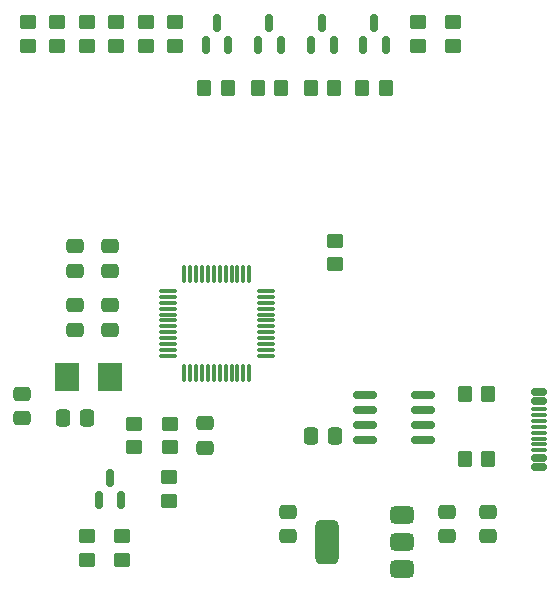
<source format=gbr>
%TF.GenerationSoftware,KiCad,Pcbnew,8.0.3*%
%TF.CreationDate,2024-07-19T12:36:33+08:00*%
%TF.ProjectId,NTC,4e54432e-6b69-4636-9164-5f7063625858,rev?*%
%TF.SameCoordinates,Original*%
%TF.FileFunction,Paste,Top*%
%TF.FilePolarity,Positive*%
%FSLAX45Y45*%
G04 Gerber Fmt 4.5, Leading zero omitted, Abs format (unit mm)*
G04 Created by KiCad (PCBNEW 8.0.3) date 2024-07-19 12:36:33*
%MOMM*%
%LPD*%
G01*
G04 APERTURE LIST*
G04 Aperture macros list*
%AMRoundRect*
0 Rectangle with rounded corners*
0 $1 Rounding radius*
0 $2 $3 $4 $5 $6 $7 $8 $9 X,Y pos of 4 corners*
0 Add a 4 corners polygon primitive as box body*
4,1,4,$2,$3,$4,$5,$6,$7,$8,$9,$2,$3,0*
0 Add four circle primitives for the rounded corners*
1,1,$1+$1,$2,$3*
1,1,$1+$1,$4,$5*
1,1,$1+$1,$6,$7*
1,1,$1+$1,$8,$9*
0 Add four rect primitives between the rounded corners*
20,1,$1+$1,$2,$3,$4,$5,0*
20,1,$1+$1,$4,$5,$6,$7,0*
20,1,$1+$1,$6,$7,$8,$9,0*
20,1,$1+$1,$8,$9,$2,$3,0*%
G04 Aperture macros list end*
%ADD10RoundRect,0.250000X-0.475000X0.337500X-0.475000X-0.337500X0.475000X-0.337500X0.475000X0.337500X0*%
%ADD11RoundRect,0.250000X0.450000X-0.350000X0.450000X0.350000X-0.450000X0.350000X-0.450000X-0.350000X0*%
%ADD12RoundRect,0.250000X0.475000X-0.337500X0.475000X0.337500X-0.475000X0.337500X-0.475000X-0.337500X0*%
%ADD13RoundRect,0.150000X0.150000X-0.587500X0.150000X0.587500X-0.150000X0.587500X-0.150000X-0.587500X0*%
%ADD14RoundRect,0.250000X0.350000X0.450000X-0.350000X0.450000X-0.350000X-0.450000X0.350000X-0.450000X0*%
%ADD15RoundRect,0.150000X0.825000X0.150000X-0.825000X0.150000X-0.825000X-0.150000X0.825000X-0.150000X0*%
%ADD16RoundRect,0.150000X0.500000X-0.150000X0.500000X0.150000X-0.500000X0.150000X-0.500000X-0.150000X0*%
%ADD17RoundRect,0.075000X0.575000X-0.075000X0.575000X0.075000X-0.575000X0.075000X-0.575000X-0.075000X0*%
%ADD18RoundRect,0.375000X0.625000X0.375000X-0.625000X0.375000X-0.625000X-0.375000X0.625000X-0.375000X0*%
%ADD19RoundRect,0.500000X0.500000X1.400000X-0.500000X1.400000X-0.500000X-1.400000X0.500000X-1.400000X0*%
%ADD20RoundRect,0.250000X0.337500X0.475000X-0.337500X0.475000X-0.337500X-0.475000X0.337500X-0.475000X0*%
%ADD21RoundRect,0.075000X-0.662500X-0.075000X0.662500X-0.075000X0.662500X0.075000X-0.662500X0.075000X0*%
%ADD22RoundRect,0.075000X-0.075000X-0.662500X0.075000X-0.662500X0.075000X0.662500X-0.075000X0.662500X0*%
%ADD23R,2.000000X2.400000*%
G04 APERTURE END LIST*
D10*
%TO.C,C6*%
X14100000Y-10296250D03*
X14100000Y-10503750D03*
%TD*%
D11*
%TO.C,R6*%
X14595000Y-11950000D03*
X14595000Y-11750000D03*
%TD*%
D10*
%TO.C,C10*%
X16950000Y-12046250D03*
X16950000Y-12253750D03*
%TD*%
D12*
%TO.C,C4*%
X13800000Y-10003750D03*
X13800000Y-9796250D03*
%TD*%
D13*
%TO.C,Q3*%
X15350000Y-8093750D03*
X15540000Y-8093750D03*
X15445000Y-7906250D03*
%TD*%
%TO.C,Q2*%
X15800000Y-8093750D03*
X15990000Y-8093750D03*
X15895000Y-7906250D03*
%TD*%
D12*
%TO.C,C9*%
X15600000Y-12253750D03*
X15600000Y-12046250D03*
%TD*%
D11*
%TO.C,R15*%
X13900000Y-8100000D03*
X13900000Y-7900000D03*
%TD*%
D14*
%TO.C,R17*%
X16430000Y-8456250D03*
X16230000Y-8456250D03*
%TD*%
D11*
%TO.C,R5*%
X14200000Y-12450000D03*
X14200000Y-12250000D03*
%TD*%
%TO.C,R12*%
X14650000Y-8100000D03*
X14650000Y-7900000D03*
%TD*%
D14*
%TO.C,R20*%
X15095000Y-8456250D03*
X14895000Y-8456250D03*
%TD*%
D10*
%TO.C,C11*%
X17300000Y-12046250D03*
X17300000Y-12253750D03*
%TD*%
D14*
%TO.C,R18*%
X15995000Y-8456250D03*
X15795000Y-8456250D03*
%TD*%
D11*
%TO.C,R9*%
X13400000Y-8100000D03*
X13400000Y-7900000D03*
%TD*%
%TO.C,R1*%
X14600000Y-11500000D03*
X14600000Y-11300000D03*
%TD*%
D14*
%TO.C,R7*%
X17300000Y-11600000D03*
X17100000Y-11600000D03*
%TD*%
D15*
%TO.C,U4*%
X16747500Y-11440500D03*
X16747500Y-11313500D03*
X16747500Y-11186500D03*
X16747500Y-11059500D03*
X16252500Y-11059500D03*
X16252500Y-11186500D03*
X16252500Y-11313500D03*
X16252500Y-11440500D03*
%TD*%
D10*
%TO.C,C7*%
X13800000Y-10296250D03*
X13800000Y-10503750D03*
%TD*%
D13*
%TO.C,Q1*%
X16240000Y-8093750D03*
X16430000Y-8093750D03*
X16335000Y-7906250D03*
%TD*%
D16*
%TO.C,J3*%
X17725500Y-11670000D03*
X17725500Y-11590000D03*
D17*
X17725500Y-11475000D03*
X17725500Y-11375000D03*
X17725500Y-11325000D03*
X17725500Y-11225000D03*
D16*
X17725500Y-11110000D03*
X17725500Y-11030000D03*
X17725500Y-11030000D03*
X17725500Y-11110000D03*
D17*
X17725500Y-11175000D03*
X17725500Y-11275000D03*
X17725500Y-11425000D03*
X17725500Y-11525000D03*
D16*
X17725500Y-11590000D03*
X17725500Y-11670000D03*
%TD*%
D18*
%TO.C,U3*%
X16565000Y-12530000D03*
X16565000Y-12300000D03*
D19*
X15935000Y-12300000D03*
D18*
X16565000Y-12070000D03*
%TD*%
D11*
%TO.C,R14*%
X14150000Y-8100000D03*
X14150000Y-7900000D03*
%TD*%
%TO.C,R13*%
X14400000Y-8100000D03*
X14400000Y-7900000D03*
%TD*%
D14*
%TO.C,R8*%
X17300000Y-11050000D03*
X17100000Y-11050000D03*
%TD*%
D20*
%TO.C,C1*%
X13903750Y-11250000D03*
X13696250Y-11250000D03*
%TD*%
D10*
%TO.C,C3*%
X14900000Y-11296250D03*
X14900000Y-11503750D03*
%TD*%
D11*
%TO.C,R4*%
X13900000Y-12450000D03*
X13900000Y-12250000D03*
%TD*%
%TO.C,R16*%
X13650000Y-8100000D03*
X13650000Y-7900000D03*
%TD*%
%TO.C,R10*%
X17000000Y-8100000D03*
X17000000Y-7900000D03*
%TD*%
%TO.C,R3*%
X16000000Y-9950000D03*
X16000000Y-9750000D03*
%TD*%
D21*
%TO.C,U1*%
X14583750Y-10175000D03*
X14583750Y-10225000D03*
X14583750Y-10275000D03*
X14583750Y-10325000D03*
X14583750Y-10375000D03*
X14583750Y-10425000D03*
X14583750Y-10475000D03*
X14583750Y-10525000D03*
X14583750Y-10575000D03*
X14583750Y-10625000D03*
X14583750Y-10675000D03*
X14583750Y-10725000D03*
D22*
X14725000Y-10866250D03*
X14775000Y-10866250D03*
X14825000Y-10866250D03*
X14875000Y-10866250D03*
X14925000Y-10866250D03*
X14975000Y-10866250D03*
X15025000Y-10866250D03*
X15075000Y-10866250D03*
X15125000Y-10866250D03*
X15175000Y-10866250D03*
X15225000Y-10866250D03*
X15275000Y-10866250D03*
D21*
X15416250Y-10725000D03*
X15416250Y-10675000D03*
X15416250Y-10625000D03*
X15416250Y-10575000D03*
X15416250Y-10525000D03*
X15416250Y-10475000D03*
X15416250Y-10425000D03*
X15416250Y-10375000D03*
X15416250Y-10325000D03*
X15416250Y-10275000D03*
X15416250Y-10225000D03*
X15416250Y-10175000D03*
D22*
X15275000Y-10033750D03*
X15225000Y-10033750D03*
X15175000Y-10033750D03*
X15125000Y-10033750D03*
X15075000Y-10033750D03*
X15025000Y-10033750D03*
X14975000Y-10033750D03*
X14925000Y-10033750D03*
X14875000Y-10033750D03*
X14825000Y-10033750D03*
X14775000Y-10033750D03*
X14725000Y-10033750D03*
%TD*%
D11*
%TO.C,R2*%
X14300000Y-11500000D03*
X14300000Y-11300000D03*
%TD*%
%TO.C,R11*%
X16700000Y-8100000D03*
X16700000Y-7900000D03*
%TD*%
D20*
%TO.C,C8*%
X16003750Y-11400000D03*
X15796250Y-11400000D03*
%TD*%
D14*
%TO.C,R19*%
X15545000Y-8456250D03*
X15345000Y-8456250D03*
%TD*%
D13*
%TO.C,U5*%
X14000000Y-11943750D03*
X14190000Y-11943750D03*
X14095000Y-11756250D03*
%TD*%
%TO.C,Q4*%
X14905000Y-8093750D03*
X15095000Y-8093750D03*
X15000000Y-7906250D03*
%TD*%
D10*
%TO.C,C2*%
X13350000Y-11046250D03*
X13350000Y-11253750D03*
%TD*%
D12*
%TO.C,C5*%
X14100000Y-10003750D03*
X14100000Y-9796250D03*
%TD*%
D23*
%TO.C,Y1*%
X13730000Y-10900000D03*
X14100000Y-10900000D03*
%TD*%
M02*

</source>
